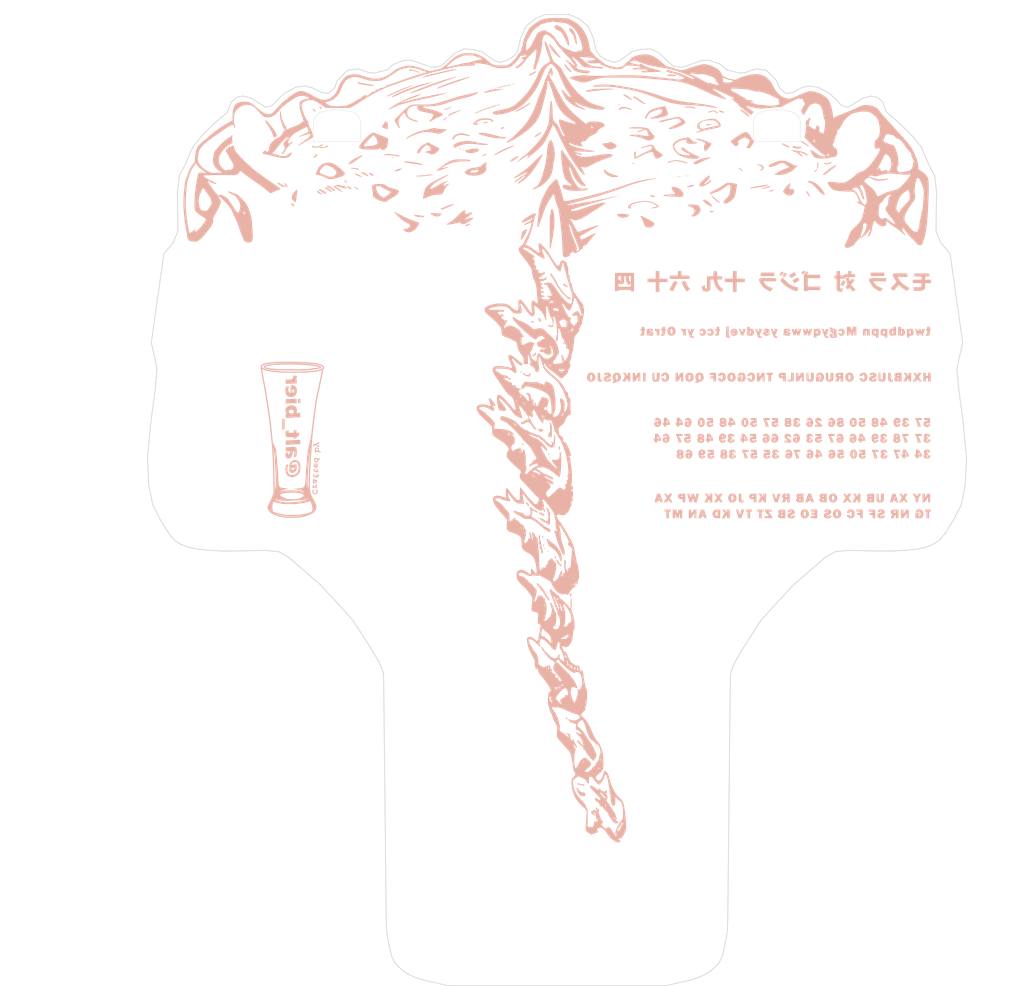
<source format=kicad_pcb>
(kicad_pcb (version 20221018) (generator pcbnew)
  (title_block (title "G0dzilla_VS") (date "2024-06-10") (rev "1") (company "Crafted by @alt_bier a.k.a. Richard Gowen and his Badge Team") (comment 1 "Rear PCB 3 of 3"))
  (layers (0 "F.Cu" signal) (31 "B.Cu" signal) (34 "B.Paste" user) (35 "F.Paste" user) (36 "B.SilkS" user "B.Silkscreen") (37 "F.SilkS" user "F.Silkscreen") (38 "B.Mask" user) (39 "F.Mask" user) (44 "Edge.Cuts" user))
  (net 0 "")
  (footprint "0_local:MountingHole_3.2mm_M3" (layer "F.Cu") (at 120 191)
    (fp_text reference "Mount06")
    (fp_text value "MountingHole_3.2mm_M3" hide)
    (pad "" np_thru_hole circle (at 0 0) (size 3.2 3.2) (drill 3.2) (layers "F&B.Cu" "*.Mask"))
  )
  (footprint "0_local:MountingHole_3.2mm_M3" (layer "F.Cu") (at 162 59)
    (fp_text reference "Mount05")
    (fp_text value "MountingHole_3.2mm_M3" hide)
    (pad "" np_thru_hole circle (at 0 0) (size 3.2 3.2) (drill 3.2) (layers "F&B.Cu" "*.Mask"))
  )
  (footprint "0_alt_bier:logo-alt_bier-900dpi-10x25mm-back" (layer "F.Cu") (at 69.7 107)
    (fp_text reference "G***" hide)
    (fp_text value "LOGO" hide)
  )
  (footprint "0_local:Lanyard_Hole" (layer "F.Cu") (at 77 56.5)
    (fp_text reference "Lanyard" hide)
    (fp_text value "Lanyard_Hole" hide)
    (fp_line (start -3.831 -0.784) (end -3.704 -1.419) (stroke (width 0.05)) (layer "Edge.Cuts"))
    (fp_line (start -3.831 2.2894) (end -3.831 -0.784) (stroke (width 0.05)) (layer "Edge.Cuts"))
    (fp_line (start -3.704 -1.419) (end -3.45 -1.8) (stroke (width 0.05)) (layer "Edge.Cuts"))
    (fp_line (start -3.45 -1.8) (end -2.942 -2.308) (stroke (width 0.05)) (layer "Edge.Cuts"))
    (fp_line (start -2.942 -2.308) (end -2.307 -2.562) (stroke (width 0.05)) (layer "Edge.Cuts"))
    (fp_line (start -2.307 -2.562) (end -1.799 -2.689) (stroke (width 0.05)) (layer "Edge.Cuts"))
    (fp_line (start -1.799 -2.689) (end -0.783 -2.816) (stroke (width 0.05)) (layer "Edge.Cuts"))
    (fp_line (start -0.021 -2.816) (end -0.783 -2.816) (stroke (width 0.05)) (layer "Edge.Cuts"))
    (fp_line (start -0.021 -2.816) (end 0.741 -2.816) (stroke (width 0.05)) (layer "Edge.Cuts"))
    (fp_line (start 0.741 -2.816) (end 1.63 -2.689) (stroke (width 0.05)) (layer "Edge.Cuts"))
    (fp_line (start 1.63 -2.689) (end 2.265 -2.562) (stroke (width 0.05)) (layer "Edge.Cuts"))
    (fp_line (start 2.265 -2.562) (end 2.9 -2.308) (stroke (width 0.05)) (layer "Edge.Cuts"))
    (fp_line (start 2.9 -2.308) (end 3.408 -1.8) (stroke (width 0.05)) (layer "Edge.Cuts"))
    (fp_line (start 3.408 -1.8) (end 3.662 -1.419) (stroke (width 0.05)) (layer "Edge.Cuts"))
    (fp_line (start 3.662 -1.419) (end 3.789 -0.784) (stroke (width 0.05)) (layer "Edge.Cuts"))
    (fp_line (start 3.789 2.2894) (end -3.831 2.2894) (stroke (width 0.05)) (layer "Edge.Cuts"))
    (fp_line (start 3.789 2.2894) (end 3.789 -0.784) (stroke (width 0.05)) (layer "Edge.Cuts"))
  )
  (footprint "0_badge:g0dzilla_vs_rear_silk_b" (layer "F.Cu") (at 109.95 110)
    (fp_text reference "silk_back_rear")
    (fp_text value "Back Silk" hide)
  )
  (footprint "0_local:MountingHole_3.2mm_M3" (layer "F.Cu") (at 63 59)
    (fp_text reference "Mount04")
    (fp_text value "MountingHole_3.2mm_M3" hide)
    (pad "" np_thru_hole circle (at 0 0) (size 3.2 3.2) (drill 3.2) (layers "F&B.Cu" "*.Mask"))
  )
  (footprint "0_badge:g0dzilla_vs_edgecuts_03" (layer "F.Cu") (at 110 110)
    (fp_text reference "edgecuts_03_back")
    (fp_text value "Edge Cuts" hide)
    (fp_line (start -63.63 -0.17) (end -63.08 -5.86) (stroke (width 0.12)) (layer "Edge.Cuts"))
    (fp_line (start -63.43 4.16) (end -63.63 -0.17) (stroke (width 0.12)) (layer "Edge.Cuts"))
    (fp_line (start -63.08 -5.86) (end -62.32 -11.66) (stroke (width 0.12)) (layer "Edge.Cuts"))
    (fp_line (start -62.87 -18.13) (end -63 -18.78) (stroke (width 0.12)) (layer "Edge.Cuts"))
    (fp_line (start -62.77 7.46) (end -63.43 4.16) (stroke (width 0.12)) (layer "Edge.Cuts"))
    (fp_line (start -62.32 -11.66) (end -62.09 -14.61) (stroke (width 0.12)) (layer "Edge.Cuts"))
    (fp_line (start -62.09 -14.61) (end -62.87 -18.13) (stroke (width 0.12)) (layer "Edge.Cuts"))
    (fp_line (start -61.58 9.82) (end -62.77 7.46) (stroke (width 0.12)) (layer "Edge.Cuts"))
    (fp_line (start -60.98 -33.09) (end -63 -18.78) (stroke (width 0.12)) (layer "Edge.Cuts"))
    (fp_line (start -60.98 -33.09) (end -59.48 -34.88) (stroke (width 0.12)) (layer "Edge.Cuts"))
    (fp_line (start -60.26 11.94) (end -61.58 9.82) (stroke (width 0.12)) (layer "Edge.Cuts"))
    (fp_line (start -59.56 12.82) (end -60.26 11.94) (stroke (width 0.12)) (layer "Edge.Cuts"))
    (fp_line (start -59.48 -34.88) (end -58.71 -36.73) (stroke (width 0.12)) (layer "Edge.Cuts"))
    (fp_line (start -59.09 13.31) (end -59.56 12.82) (stroke (width 0.12)) (layer "Edge.Cuts"))
    (fp_line (start -58.81 -42.91) (end -58.49 -45.69) (stroke (width 0.12)) (layer "Edge.Cuts"))
    (fp_line (start -58.75 -40.9) (end -58.81 -42.91) (stroke (width 0.12)) (layer "Edge.Cuts"))
    (fp_line (start -58.71 -36.73) (end -58.75 -40.9) (stroke (width 0.12)) (layer "Edge.Cuts"))
    (fp_line (start -58.49 -45.69) (end -57.5 -47.55) (stroke (width 0.12)) (layer "Edge.Cuts"))
    (fp_line (start -58.26 13.81) (end -59.09 13.31) (stroke (width 0.12)) (layer "Edge.Cuts"))
    (fp_line (start -57.5 -47.55) (end -56.33 -50.31) (stroke (width 0.12)) (layer "Edge.Cuts"))
    (fp_line (start -56.96 14.32) (end -58.26 13.81) (stroke (width 0.12)) (layer "Edge.Cuts"))
    (fp_line (start -56.33 -50.31) (end -54.8 -52.21) (stroke (width 0.12)) (layer "Edge.Cuts"))
    (fp_line (start -55.65 14.58) (end -56.96 14.32) (stroke (width 0.12)) (layer "Edge.Cuts"))
    (fp_line (start -54.8 -52.21) (end -53 -53.98) (stroke (width 0.12)) (layer "Edge.Cuts"))
    (fp_line (start -53.66 14.79) (end -55.65 14.58) (stroke (width 0.12)) (layer "Edge.Cuts"))
    (fp_line (start -53 -53.98) (end -51.44 -55.34) (stroke (width 0.12)) (layer "Edge.Cuts"))
    (fp_line (start -51.44 -55.34) (end -50.71 -55.95) (stroke (width 0.12)) (layer "Edge.Cuts"))
    (fp_line (start -51.33 14.91) (end -53.66 14.79) (stroke (width 0.12)) (layer "Edge.Cuts"))
    (fp_line (start -50.71 -55.95) (end -50.08 -57.64) (stroke (width 0.12)) (layer "Edge.Cuts"))
    (fp_line (start -50.08 -57.64) (end -49.19 -58.36) (stroke (width 0.12)) (layer "Edge.Cuts"))
    (fp_line (start -49.19 -58.36) (end -48.23 -58.56) (stroke (width 0.12)) (layer "Edge.Cuts"))
    (fp_line (start -48.38 14.88) (end -51.33 14.91) (stroke (width 0.12)) (layer "Edge.Cuts"))
    (fp_line (start -48.23 -58.56) (end -47.02 -58.27) (stroke (width 0.12)) (layer "Edge.Cuts"))
    (fp_line (start -47.02 -58.27) (end -44.49 -56.73) (stroke (width 0.12)) (layer "Edge.Cuts"))
    (fp_line (start -44.9 14.79) (end -48.38 14.88) (stroke (width 0.12)) (layer "Edge.Cuts"))
    (fp_line (start -44.49 -56.73) (end -43.43 -57.04) (stroke (width 0.12)) (layer "Edge.Cuts"))
    (fp_line (start -43.43 -57.04) (end -42.64 -57.96) (stroke (width 0.12)) (layer "Edge.Cuts"))
    (fp_line (start -42.64 -57.96) (end -41.46 -59.02) (stroke (width 0.12)) (layer "Edge.Cuts"))
    (fp_line (start -42.47 14.99) (end -44.9 14.79) (stroke (width 0.12)) (layer "Edge.Cuts"))
    (fp_line (start -41.46 -59.02) (end -39.65 -59.98) (stroke (width 0.12)) (layer "Edge.Cuts"))
    (fp_line (start -40.85 15.89) (end -42.47 14.99) (stroke (width 0.12)) (layer "Edge.Cuts"))
    (fp_line (start -39.65 -59.98) (end -38.1 -60.17) (stroke (width 0.12)) (layer "Edge.Cuts"))
    (fp_line (start -38.1 -60.17) (end -37.11 -59.93) (stroke (width 0.12)) (layer "Edge.Cuts"))
    (fp_line (start -37.11 -59.93) (end -36.09 -59.44) (stroke (width 0.12)) (layer "Edge.Cuts"))
    (fp_line (start -36.09 -59.44) (end -35.66 -59.16) (stroke (width 0.12)) (layer "Edge.Cuts"))
    (fp_line (start -35.7 20.36) (end -40.85 15.89) (stroke (width 0.12)) (layer "Edge.Cuts"))
    (fp_line (start -35.66 -59.16) (end -34.58 -58.98) (stroke (width 0.12)) (layer "Edge.Cuts"))
    (fp_line (start -34.58 -58.98) (end -34.43 -59) (stroke (width 0.12)) (layer "Edge.Cuts"))
    (fp_line (start -34.43 -59) (end -33.41 -59.88) (stroke (width 0.12)) (layer "Edge.Cuts"))
    (fp_line (start -33.41 -59.88) (end -32.98 -61.04) (stroke (width 0.12)) (layer "Edge.Cuts"))
    (fp_line (start -32.98 -61.04) (end -31.34 -62.71) (stroke (width 0.12)) (layer "Edge.Cuts"))
    (fp_line (start -32.38 23.94) (end -35.7 20.36) (stroke (width 0.12)) (layer "Edge.Cuts"))
    (fp_line (start -31.34 -62.71) (end -29.58 -62.94) (stroke (width 0.12)) (layer "Edge.Cuts"))
    (fp_line (start -30.38 26.18) (end -32.38 23.94) (stroke (width 0.12)) (layer "Edge.Cuts"))
    (fp_line (start -29.58 -62.94) (end -28.23 -62.46) (stroke (width 0.12)) (layer "Edge.Cuts"))
    (fp_line (start -28.23 -62.46) (end -27.85 -62.32) (stroke (width 0.12)) (layer "Edge.Cuts"))
    (fp_line (start -27.85 -62.32) (end -26.83 -62.31) (stroke (width 0.12)) (layer "Edge.Cuts"))
    (fp_line (start -27.35 30.92) (end -30.38 26.18) (stroke (width 0.12)) (layer "Edge.Cuts"))
    (fp_line (start -26.83 -62.31) (end -24.95 -62.77) (stroke (width 0.12)) (layer "Edge.Cuts"))
    (fp_line (start -26.52 32.32) (end -27.35 30.92) (stroke (width 0.12)) (layer "Edge.Cuts"))
    (fp_line (start -25.95 33.48) (end -26.52 32.32) (stroke (width 0.12)) (layer "Edge.Cuts"))
    (fp_line (start -25.61 34.34) (end -25.95 33.48) (stroke (width 0.12)) (layer "Edge.Cuts"))
    (fp_line (start -25.5 35.02) (end -25.61 34.34) (stroke (width 0.12)) (layer "Edge.Cuts"))
    (fp_line (start -25.35 48.49) (end -25.5 35.02) (stroke (width 0.12)) (layer "Edge.Cuts"))
    (fp_line (start -25.08 74.63) (end -25.35 48.49) (stroke (width 0.12)) (layer "Edge.Cuts"))
    (fp_line (start -25.01 76.42) (end -25.08 74.63) (stroke (width 0.12)) (layer "Edge.Cuts"))
    (fp_line (start -24.95 -62.77) (end -23.84 -63.71) (stroke (width 0.12)) (layer "Edge.Cuts"))
    (fp_line (start -24.4 79.57) (end -25.01 76.42) (stroke (width 0.12)) (layer "Edge.Cuts"))
    (fp_line (start -24.13 80.48) (end -24.4 79.57) (stroke (width 0.12)) (layer "Edge.Cuts"))
    (fp_line (start -23.84 -63.71) (end -22.07 -64.34) (stroke (width 0.12)) (layer "Edge.Cuts"))
    (fp_line (start -23.69 81.34) (end -24.13 80.48) (stroke (width 0.12)) (layer "Edge.Cuts"))
    (fp_line (start -23.05 82.06) (end -23.69 81.34) (stroke (width 0.12)) (layer "Edge.Cuts"))
    (fp_line (start -22.25 82.76) (end -23.05 82.06) (stroke (width 0.12)) (layer "Edge.Cuts"))
    (fp_line (start -22.07 -64.34) (end -20.88 -64.3) (stroke (width 0.12)) (layer "Edge.Cuts"))
    (fp_line (start -21.29 83.34) (end -22.25 82.76) (stroke (width 0.12)) (layer "Edge.Cuts"))
    (fp_line (start -20.88 -64.3) (end -17.81 -63.21) (stroke (width 0.12)) (layer "Edge.Cuts"))
    (fp_line (start -20.45 83.71) (end -21.29 83.34) (stroke (width 0.12)) (layer "Edge.Cuts"))
    (fp_line (start -19.13 84.16) (end -20.45 83.71) (stroke (width 0.12)) (layer "Edge.Cuts"))
    (fp_line (start -17.81 -63.21) (end -16.35 -63.35) (stroke (width 0.12)) (layer "Edge.Cuts"))
    (fp_line (start -16.35 -63.35) (end -15.31 -64.22) (stroke (width 0.12)) (layer "Edge.Cuts"))
    (fp_line (start -15.31 -64.22) (end -14 -65.5) (stroke (width 0.12)) (layer "Edge.Cuts"))
    (fp_line (start -15.03 85.08) (end -19.13 84.16) (stroke (width 0.12)) (layer "Edge.Cuts"))
    (fp_line (start -15.03 85.08) (end 20.015 85.08) (stroke (width 0.12)) (layer "Edge.Cuts"))
    (fp_line (start -14 -65.5) (end -12.54 -66.17) (stroke (width 0.12)) (layer "Edge.Cuts"))
    (fp_line (start -12.54 -66.17) (end -11.02 -66.07) (stroke (width 0.12)) (layer "Edge.Cuts"))
    (fp_line (start -11.02 -66.07) (end -9.6 -65.72) (stroke (width 0.12)) (layer "Edge.Cuts"))
    (fp_line (start -9.6 -65.72) (end -8.35 -64.79) (stroke (width 0.12)) (layer "Edge.Cuts"))
    (fp_line (start -8.35 -64.79) (end -7.56 -64.23) (stroke (width 0.12)) (layer "Edge.Cuts"))
    (fp_line (start -7.56 -64.23) (end -6.72 -64) (stroke (width 0.12)) (layer "Edge.Cuts"))
    (fp_line (start -6.72 -64) (end -5.49 -64.37) (stroke (width 0.12)) (layer "Edge.Cuts"))
    (fp_line (start -5.49 -64.37) (end -4.48 -65.03) (stroke (width 0.12)) (layer "Edge.Cuts"))
    (fp_line (start -4.48 -65.03) (end -3.81 -65.88) (stroke (width 0.12)) (layer "Edge.Cuts"))
    (fp_line (start -3.81 -65.88) (end -3.37 -67.96) (stroke (width 0.12)) (layer "Edge.Cuts"))
    (fp_line (start -3.37 -67.96) (end -2.5 -69.82) (stroke (width 0.12)) (layer "Edge.Cuts"))
    (fp_line (start -2.5 -69.82) (end -1.02 -71.07) (stroke (width 0.12)) (layer "Edge.Cuts"))
    (fp_line (start -1.02 -71.07) (end 0.61 -71.73) (stroke (width 0.12)) (layer "Edge.Cuts"))
    (fp_line (start 0.61 -71.73) (end 4.375 -71.73) (stroke (width 0.12)) (layer "Edge.Cuts"))
    (fp_line (start 6.005 -71.07) (end 4.375 -71.73) (stroke (width 0.12)) (layer "Edge.Cuts"))
    (fp_line (start 7.485 -69.82) (end 6.005 -71.07) (stroke (width 0.12)) (layer "Edge.Cuts"))
    (fp_line (start 8.355 -67.96) (end 7.485 -69.82) (stroke (width 0.12)) (layer "Edge.Cuts"))
    (fp_line (start 8.795 -65.88) (end 8.355 -67.96) (stroke (width 0.12)) (layer "Edge.Cuts"))
    (fp_line (start 9.465 -65.03) (end 8.795 -65.88) (stroke (width 0.12)) (layer "Edge.Cuts"))
    (fp_line (start 10.475 -64.37) (end 9.465 -65.03) (stroke (width 0.12)) (layer "Edge.Cuts"))
    (fp_line (start 11.705 -64) (end 10.475 -64.37) (stroke (width 0.12)) (layer "Edge.Cuts"))
    (fp_line (start 12.545 -64.23) (end 11.705 -64) (stroke (width 0.12)) (layer "Edge.Cuts"))
    (fp_line (start 13.335 -64.79) (end 12.545 -64.23) (stroke (width 0.12)) (layer "Edge.Cuts"))
    (fp_line (start 14.585 -65.72) (end 13.335 -64.79) (stroke (width 0.12)) (layer "Edge.Cuts"))
    (fp_line (start 16.005 -66.07) (end 14.585 -65.72) (stroke (width 0.12)) (layer "Edge.Cuts"))
    (fp_line (start 17.525 -66.17) (end 16.005 -66.07) (stroke (width 0.12)) (layer "Edge.Cuts"))
    (fp_line (start 18.985 -65.5) (end 17.525 -66.17) (stroke (width 0.12)) (layer "Edge.Cuts"))
    (fp_line (start 20.015 85.08) (end 24.115 84.16) (stroke (width 0.12)) (layer "Edge.Cuts"))
    (fp_line (start 20.295 -64.22) (end 18.985 -65.5) (stroke (width 0.12)) (layer "Edge.Cuts"))
    (fp_line (start 21.335 -63.35) (end 20.295 -64.22) (stroke (width 0.12)) (layer "Edge.Cuts"))
    (fp_line (start 22.795 -63.21) (end 21.335 -63.35) (stroke (width 0.12)) (layer "Edge.Cuts"))
    (fp_line (start 24.115 84.16) (end 25.435 83.71) (stroke (width 0.12)) (layer "Edge.Cuts"))
    (fp_line (start 25.435 83.71) (end 26.275 83.34) (stroke (width 0.12)) (layer "Edge.Cuts"))
    (fp_line (start 25.865 -64.3) (end 22.795 -63.21) (stroke (width 0.12)) (layer "Edge.Cuts"))
    (fp_line (start 26.275 83.34) (end 27.235 82.76) (stroke (width 0.12)) (layer "Edge.Cuts"))
    (fp_line (start 27.055 -64.34) (end 25.865 -64.3) (stroke (width 0.12)) (layer "Edge.Cuts"))
    (fp_line (start 27.235 82.76) (end 28.035 82.06) (stroke (width 0.12)) (layer "Edge.Cuts"))
    (fp_line (start 28.035 82.06) (end 28.675 81.34) (stroke (width 0.12)) (layer "Edge.Cuts"))
    (fp_line (start 28.675 81.34) (end 29.115 80.48) (stroke (width 0.12)) (layer "Edge.Cuts"))
    (fp_line (start 28.825 -63.71) (end 27.055 -64.34) (stroke (width 0.12)) (layer "Edge.Cuts"))
    (fp_line (start 29.115 80.48) (end 29.385 79.57) (stroke (width 0.12)) (layer "Edge.Cuts"))
    (fp_line (start 29.385 79.57) (end 29.995 76.42) (stroke (width 0.12)) (layer "Edge.Cuts"))
    (fp_line (start 29.935 -62.77) (end 28.825 -63.71) (stroke (width 0.12)) (layer "Edge.Cuts"))
    (fp_line (start 29.995 76.42) (end 30.065 74.63) (stroke (width 0.12)) (layer "Edge.Cuts"))
    (fp_line (start 30.065 74.63) (end 30.335 48.49) (stroke (width 0.12)) (layer "Edge.Cuts"))
    (fp_line (start 30.335 48.49) (end 30.485 35.02) (stroke (width 0.12)) (layer "Edge.Cuts"))
    (fp_line (start 30.485 35.02) (end 30.595 34.34) (stroke (width 0.12)) (layer "Edge.Cuts"))
    (fp_line (start 30.595 34.34) (end 30.935 33.48) (stroke (width 0.12)) (layer "Edge.Cuts"))
    (fp_line (start 30.935 33.48) (end 31.505 32.32) (stroke (width 0.12)) (layer "Edge.Cuts"))
    (fp_line (start 31.505 32.32) (end 32.335 30.92) (stroke (width 0.12)) (layer "Edge.Cuts"))
    (fp_line (start 31.815 -62.31) (end 29.935 -62.77) (stroke (width 0.12)) (layer "Edge.Cuts"))
    (fp_line (start 32.335 30.92) (end 35.365 26.18) (stroke (width 0.12)) (layer "Edge.Cuts"))
    (fp_line (start 32.835 -62.32) (end 31.815 -62.31) (stroke (width 0.12)) (layer "Edge.Cuts"))
    (fp_line (start 33.215 -62.46) (end 32.835 -62.32) (stroke (width 0.12)) (layer "Edge.Cuts"))
    (fp_line (start 34.565 -62.94) (end 33.215 -62.46) (stroke (width 0.12)) (layer "Edge.Cuts"))
    (fp_line (start 35.365 26.18) (end 37.365 23.94) (stroke (width 0.12)) (layer "Edge.Cuts"))
    (fp_line (start 36.325 -62.71) (end 34.565 -62.94) (stroke (width 0.12)) (layer "Edge.Cuts"))
    (fp_line (start 37.365 23.94) (end 40.685 20.36) (stroke (width 0.12)) (layer "Edge.Cuts"))
    (fp_line (start 37.965 -61.04) (end 36.325 -62.71) (stroke (width 0.12)) (layer "Edge.Cuts"))
    (fp_line (start 38.395 -59.88) (end 37.965 -61.04) (stroke (width 0.12)) (layer "Edge.Cuts"))
    (fp_line (start 39.415 -59) (end 38.395 -59.88) (stroke (width 0.12)) (layer "Edge.Cuts"))
    (fp_line (start 39.565 -58.98) (end 39.415 -59) (stroke (width 0.12)) (layer "Edge.Cuts"))
    (fp_line (start 40.645 -59.16) (end 39.565 -58.98) (stroke (width 0.12)) (layer "Edge.Cuts"))
    (fp_line (start 40.685 20.36) (end 45.835 15.89) (stroke (width 0.12)) (layer "Edge.Cuts"))
    (fp_line (start 41.075 -59.44) (end 40.645 -59.16) (stroke (width 0.12)) (layer "Edge.Cuts"))
    (fp_line (start 42.095 -59.93) (end 41.075 -59.44) (stroke (width 0.12)) (layer "Edge.Cuts"))
    (fp_line (start 43.085 -60.17) (end 42.095 -59.93) (stroke (width 0.12)) (layer "Edge.Cuts"))
    (fp_line (start 44.635 -59.98) (end 43.085 -60.17) (stroke (width 0.12)) (layer "Edge.Cuts"))
    (fp_line (start 45.835 15.89) (end 47.455 14.99) (stroke (width 0.12)) (layer "Edge.Cuts"))
    (fp_line (start 46.445 -59.02) (end 44.635 -59.98) (stroke (width 0.12)) (layer "Edge.Cuts"))
    (fp_line (start 47.455 14.99) (end 49.885 14.79) (stroke (width 0.12)) (layer "Edge.Cuts"))
    (fp_line (start 47.625 -57.96) (end 46.445 -59.02) (stroke (width 0.12)) (layer "Edge.Cuts"))
    (fp_line (start 48.415 -57.04) (end 47.625 -57.96) (stroke (width 0.12)) (layer "Edge.Cuts"))
    (fp_line (start 49.475 -56.73) (end 48.415 -57.04) (stroke (width 0.12)) (layer "Edge.Cuts"))
    (fp_line (start 49.885 14.79) (end 53.365 14.88) (stroke (width 0.12)) (layer "Edge.Cuts"))
    (fp_line (start 52.005 -58.27) (end 49.475 -56.73) (stroke (width 0.12)) (layer "Edge.Cuts"))
    (fp_line (start 53.215 -58.56) (end 52.005 -58.27) (stroke (width 0.12)) (layer "Edge.Cuts"))
    (fp_line (start 53.365 14.88) (end 56.315 14.91) (stroke (width 0.12)) (layer "Edge.Cuts"))
    (fp_line (start 54.175 -58.36) (end 53.215 -58.56) (stroke (width 0.12)) (layer "Edge.Cuts"))
    (fp_line (start 55.065 -57.64) (end 54.175 -58.36) (stroke (width 0.12)) (layer "Edge.Cuts"))
    (fp_line (start 55.695 -55.95) (end 55.065 -57.64) (stroke (width 0.12)) (layer "Edge.Cuts"))
    (fp_line (start 56.315 14.91) (end 58.645 14.79) (stroke (width 0.12)) (layer "Edge.Cuts"))
    (fp_line (start 56.425 -55.34) (end 55.695 -55.95) (stroke (width 0.12)) (layer "Edge.Cuts"))
    (fp_line (start 57.985 -53.98) (end 56.425 -55.34) (stroke (width 0.12)) (layer "Edge.Cuts"))
    (fp_line (start 58.645 14.79) (end 60.635 14.58) (stroke (width 0.12)) (layer "Edge.Cuts"))
    (fp_line (start 59.785 -52.21) (end 57.985 -53.98) (stroke (width 0.12)) (layer "Edge.Cuts"))
    (fp_line (start 60.635 14.58) (end 61.945 14.32) (stroke (width 0.12)) (layer "Edge.Cuts"))
    (fp_line (start 61.315 -50.31) (end 59.785 -52.21) (stroke (width 0.12)) (layer "Edge.Cuts"))
    (fp_line (start 61.945 14.32) (end 63.245 13.81) (stroke (width 0.12)) (layer "Edge.Cuts"))
    (fp_line (start 62.485 -47.55) (end 61.315 -50.31) (stroke (width 0.12)) (layer "Edge.Cuts"))
    (fp_line (start 63.245 13.81) (end 64.075 13.31) (stroke (width 0.12)) (layer "Edge.Cuts"))
    (fp_line (start 63.475 -45.69) (end 62.485 -47.55) (stroke (width 0.12)) (layer "Edge.Cuts"))
    (fp_line (start 63.695 -36.73) (end 63.735 -40.9) (stroke (width 0.12)) (layer "Edge.Cuts"))
    (fp_line (start 63.735 -40.9) (end 63.795 -42.91) (stroke (width 0.12)) (layer "Edge.Cuts"))
    (fp_line (start 63.795 -42.91) (end 63.475 -45.69) (stroke (width 0.12)) (layer "Edge.Cuts"))
    (fp_line (start 64.075 13.31) (end 64.545 12.82) (stroke (width 0.12)) (layer "Edge.Cuts"))
    (fp_line (start 64.465 -34.88) (end 63.695 -36.73) (stroke (width 0.12)) (layer "Edge.Cuts"))
    (fp_line (start 64.545 12.82) (end 65.245 11.94) (stroke (width 0.12)) (layer "Edge.Cuts"))
    (fp_line (start 65.245 11.94) (end 66.565 9.82) (stroke (width 0.12)) (layer "Edge.Cuts"))
    (fp_line (start 65.965 -33.09) (end 64.465 -34.88) (stroke (width 0.12)) (layer "Edge.Cuts"))
    (fp_line (start 65.965 -33.09) (end 67.985 -18.78) (stroke (width 0.12)) (layer "Edge.Cuts"))
    (fp_line (start 66.565 9.82) (end 67.755 7.46) (stroke (width 0.12)) (layer "Edge.Cuts"))
    (fp_line (start 67.075 -14.61) (end 67.855 -18.13) (stroke (width 0.12)) (layer "Edge.Cuts"))
    (fp_line (start 67.305 -11.66) (end 67.075 -14.61) (stroke (width 0.12)) (layer "Edge.Cuts"))
    (fp_line (start 67.755 7.46) (end 68.415 4.16) (stroke (width 0.12)) (layer "Edge.Cuts"))
    (fp_line (start 67.855 -18.13) (end 67.985 -18.78) (stroke (width 0.12)) (layer "Edge.Cuts"))
    (fp_line (start 68.065 -5.86) (end 67.305 -11.66) (stroke (width 0.12)) (layer "Edge.Cuts"))
    (fp_line (start 68.415 4.16) (end 68.615 -0.17) (stroke (width 0.12)) (layer "Edge.Cuts"))
    (fp_line (start 68.615 -0.17) (end 68.065 -5.86) (stroke (width 0.12)) (layer "Edge.Cuts"))
  )
  (footprint "0_local:Lanyard_Hole" (layer "F.Cu") (at 148 56.5)
    (fp_text reference "Lanyard" hide)
    (fp_text value "Lanyard_Hole" hide)
    (fp_line (start -3.831 -0.784) (end -3.704 -1.419) (stroke (width 0.05)) (layer "Edge.Cuts"))
    (fp_line (start -3.831 2.2894) (end -3.831 -0.784) (stroke (width 0.05)) (layer "Edge.Cuts"))
    (fp_line (start -3.704 -1.419) (end -3.45 -1.8) (stroke (width 0.05)) (layer "Edge.Cuts"))
    (fp_line (start -3.45 -1.8) (end -2.942 -2.308) (stroke (width 0.05)) (layer "Edge.Cuts"))
    (fp_line (start -2.942 -2.308) (end -2.307 -2.562) (stroke (width 0.05)) (layer "Edge.Cuts"))
    (fp_line (start -2.307 -2.562) (end -1.799 -2.689) (stroke (width 0.05)) (layer "Edge.Cuts"))
    (fp_line (start -1.799 -2.689) (end -0.783 -2.816) (stroke (width 0.05)) (layer "Edge.Cuts"))
    (fp_line (start -0.021 -2.816) (end -0.783 -2.816) (stroke (width 0.05)) (layer "Edge.Cuts"))
    (fp_line (start -0.021 -2.816) (end 0.741 -2.816) (stroke (width 0.05)) (layer "Edge.Cuts"))
    (fp_line (start 0.741 -2.816) (end 1.63 -2.689) (stroke (width 0.05)) (layer "Edge.Cuts"))
    (fp_line (start 1.63 -2.689) (end 2.265 -2.562) (stroke (width 0.05)) (layer "Edge.Cuts"))
    (fp_line (start 2.265 -2.562) (end 2.9 -2.308) (stroke (width 0.05)) (layer "Edge.Cuts"))
    (fp_line (start 2.9 -2.308) (end 3.408 -1.8) (stroke (width 0.05)) (layer "Edge.Cuts"))
    (fp_line (start 3.408 -1.8) (end 3.662 -1.419) (stroke (width 0.05)) (layer "Edge.Cuts"))
    (fp_line (start 3.662 -1.419) (end 3.789 -0.784) (stroke (width 0.05)) (layer "Edge.Cuts"))
    (fp_line (start 3.789 2.2894) (end -3.831 2.2894) (stroke (width 0.05)) (layer "Edge.Cuts"))
    (fp_line (start 3.789 2.2894) (end 3.789 -0.784) (stroke (width 0.05)) (layer "Edge.Cuts"))
  )
)
</source>
